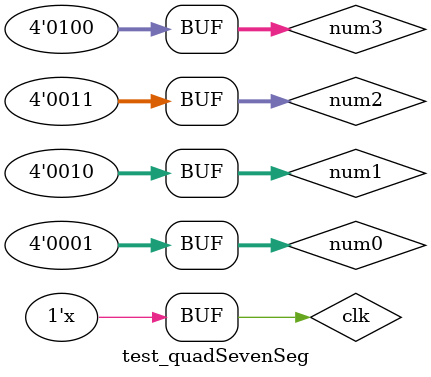
<source format=v>
`timescale 1ns / 1ns


module test_quadSevenSeg(

    );
    
    wire [3:0] num0, num1, num2, num3;
    reg clk;
    
    initial
        clk = 0;
    
    always
        #100 clk = ~clk;
    
    assign num0 = 1;
    assign num1 = 2;
    assign num2 = 3;
    assign num3 = 4;
    
    wire [6:0] segments;
    wire [3:0] an;
    wire dp;
    quadSevenSeg q(segments, dp, an, num0, num1, num2, num3, clk);
    
endmodule

</source>
